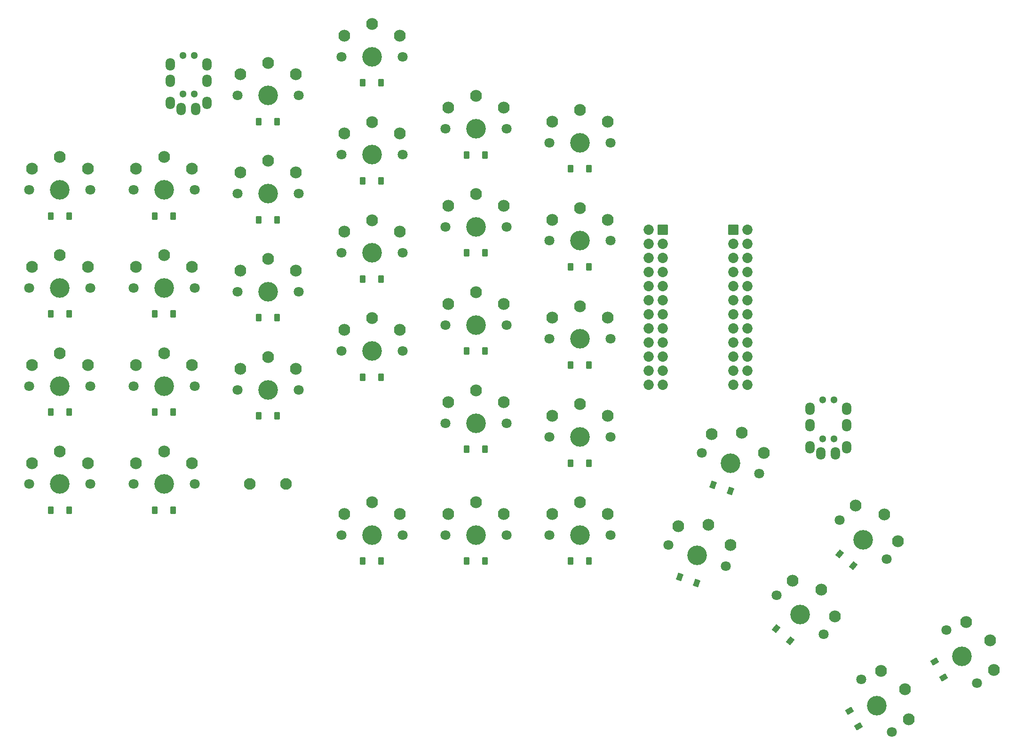
<source format=gbr>
%TF.GenerationSoftware,KiCad,Pcbnew,(6.0.8)*%
%TF.CreationDate,2022-10-04T18:24:03+02:00*%
%TF.ProjectId,board,626f6172-642e-46b6-9963-61645f706362,v1.0.0*%
%TF.SameCoordinates,Original*%
%TF.FileFunction,Soldermask,Top*%
%TF.FilePolarity,Negative*%
%FSLAX46Y46*%
G04 Gerber Fmt 4.6, Leading zero omitted, Abs format (unit mm)*
G04 Created by KiCad (PCBNEW (6.0.8)) date 2022-10-04 18:24:03*
%MOMM*%
%LPD*%
G01*
G04 APERTURE LIST*
G04 Aperture macros list*
%AMRoundRect*
0 Rectangle with rounded corners*
0 $1 Rounding radius*
0 $2 $3 $4 $5 $6 $7 $8 $9 X,Y pos of 4 corners*
0 Add a 4 corners polygon primitive as box body*
4,1,4,$2,$3,$4,$5,$6,$7,$8,$9,$2,$3,0*
0 Add four circle primitives for the rounded corners*
1,1,$1+$1,$2,$3*
1,1,$1+$1,$4,$5*
1,1,$1+$1,$6,$7*
1,1,$1+$1,$8,$9*
0 Add four rect primitives between the rounded corners*
20,1,$1+$1,$2,$3,$4,$5,0*
20,1,$1+$1,$4,$5,$6,$7,0*
20,1,$1+$1,$6,$7,$8,$9,0*
20,1,$1+$1,$8,$9,$2,$3,0*%
G04 Aperture macros list end*
%ADD10C,3.529000*%
%ADD11C,1.801800*%
%ADD12C,2.132000*%
%ADD13RoundRect,0.050000X-0.450000X-0.600000X0.450000X-0.600000X0.450000X0.600000X-0.450000X0.600000X0*%
%ADD14RoundRect,0.050000X-0.628074X-0.409907X0.217650X-0.717725X0.628074X0.409907X-0.217650X0.717725X0*%
%ADD15RoundRect,0.050000X-0.730393X-0.170372X-0.040953X-0.748881X0.730393X0.170372X0.040953X0.748881X0*%
%ADD16RoundRect,0.050000X-0.744615X0.089711X-0.294615X-0.689711X0.744615X-0.089711X0.294615X0.689711X0*%
%ADD17RoundRect,0.050000X-0.876300X0.876300X-0.876300X-0.876300X0.876300X-0.876300X0.876300X0.876300X0*%
%ADD18C,1.852600*%
%ADD19C,1.300000*%
%ADD20O,1.700000X2.300000*%
%ADD21C,2.100000*%
G04 APERTURE END LIST*
D10*
%TO.C,S1*%
X18000000Y0D03*
D11*
X23500000Y0D03*
X12500000Y0D03*
D12*
X23000000Y3800000D03*
X18000000Y5900000D03*
X13000000Y3800000D03*
X18000000Y5900000D03*
%TD*%
D13*
%TO.C,D1*%
X16350000Y-4700000D03*
X19650000Y-4700000D03*
%TD*%
D10*
%TO.C,S2*%
X18000000Y17680000D03*
D11*
X23500000Y17680000D03*
X12500000Y17680000D03*
D12*
X23000000Y21480000D03*
X18000000Y23580000D03*
X13000000Y21480000D03*
X18000000Y23580000D03*
%TD*%
D13*
%TO.C,D2*%
X16350000Y12980000D03*
X19650000Y12980000D03*
%TD*%
D10*
%TO.C,S3*%
X18000000Y35360000D03*
D11*
X23500000Y35360000D03*
X12500000Y35360000D03*
D12*
X23000000Y39160000D03*
X18000000Y41260000D03*
X13000000Y39160000D03*
X18000000Y41260000D03*
%TD*%
D13*
%TO.C,D3*%
X16350000Y30660000D03*
X19650000Y30660000D03*
%TD*%
D10*
%TO.C,S4*%
X18000000Y53040000D03*
D11*
X23500000Y53040000D03*
X12500000Y53040000D03*
D12*
X23000000Y56840000D03*
X18000000Y58940000D03*
X13000000Y56840000D03*
X18000000Y58940000D03*
%TD*%
D13*
%TO.C,D4*%
X16350000Y48340000D03*
X19650000Y48340000D03*
%TD*%
D10*
%TO.C,S5*%
X36720000Y0D03*
D11*
X42220000Y0D03*
X31220000Y0D03*
D12*
X41720000Y3800000D03*
X36720000Y5900000D03*
X31720000Y3800000D03*
X36720000Y5900000D03*
%TD*%
D13*
%TO.C,D5*%
X35070000Y-4700000D03*
X38370000Y-4700000D03*
%TD*%
D10*
%TO.C,S6*%
X36720000Y17680000D03*
D11*
X42220000Y17680000D03*
X31220000Y17680000D03*
D12*
X41720000Y21480000D03*
X36720000Y23580000D03*
X31720000Y21480000D03*
X36720000Y23580000D03*
%TD*%
D13*
%TO.C,D6*%
X35070000Y12980000D03*
X38370000Y12980000D03*
%TD*%
D10*
%TO.C,S7*%
X36720000Y35360000D03*
D11*
X42220000Y35360000D03*
X31220000Y35360000D03*
D12*
X41720000Y39160000D03*
X36720000Y41260000D03*
X31720000Y39160000D03*
X36720000Y41260000D03*
%TD*%
D13*
%TO.C,D7*%
X35070000Y30660000D03*
X38370000Y30660000D03*
%TD*%
D10*
%TO.C,S8*%
X36720000Y53040000D03*
D11*
X42220000Y53040000D03*
X31220000Y53040000D03*
D12*
X41720000Y56840000D03*
X36720000Y58940000D03*
X31720000Y56840000D03*
X36720000Y58940000D03*
%TD*%
D13*
%TO.C,D8*%
X35070000Y48340000D03*
X38370000Y48340000D03*
%TD*%
D10*
%TO.C,S9*%
X55440000Y17000000D03*
D11*
X60940000Y17000000D03*
X49940000Y17000000D03*
D12*
X60440000Y20800000D03*
X55440000Y22900000D03*
X50440000Y20800000D03*
X55440000Y22900000D03*
%TD*%
D13*
%TO.C,D9*%
X53790000Y12300000D03*
X57090000Y12300000D03*
%TD*%
D10*
%TO.C,S10*%
X55440000Y34680000D03*
D11*
X60940000Y34680000D03*
X49940000Y34680000D03*
D12*
X60440000Y38480000D03*
X55440000Y40580000D03*
X50440000Y38480000D03*
X55440000Y40580000D03*
%TD*%
D13*
%TO.C,D10*%
X53790000Y29980000D03*
X57090000Y29980000D03*
%TD*%
D10*
%TO.C,S11*%
X55440000Y52360000D03*
D11*
X60940000Y52360000D03*
X49940000Y52360000D03*
D12*
X60440000Y56160000D03*
X55440000Y58260000D03*
X50440000Y56160000D03*
X55440000Y58260000D03*
%TD*%
D13*
%TO.C,D11*%
X53790000Y47660000D03*
X57090000Y47660000D03*
%TD*%
D10*
%TO.C,S12*%
X55440000Y70040000D03*
D11*
X60940000Y70040000D03*
X49940000Y70040000D03*
D12*
X60440000Y73840000D03*
X55440000Y75940000D03*
X50440000Y73840000D03*
X55440000Y75940000D03*
%TD*%
D13*
%TO.C,D12*%
X53790000Y65340000D03*
X57090000Y65340000D03*
%TD*%
D10*
%TO.C,S13*%
X74160000Y24000000D03*
D11*
X79660000Y24000000D03*
X68660000Y24000000D03*
D12*
X79160000Y27800000D03*
X74160000Y29900000D03*
X69160000Y27800000D03*
X74160000Y29900000D03*
%TD*%
D13*
%TO.C,D13*%
X72510000Y19300000D03*
X75810000Y19300000D03*
%TD*%
D10*
%TO.C,S14*%
X74160000Y41680000D03*
D11*
X79660000Y41680000D03*
X68660000Y41680000D03*
D12*
X79160000Y45480000D03*
X74160000Y47580000D03*
X69160000Y45480000D03*
X74160000Y47580000D03*
%TD*%
D13*
%TO.C,D14*%
X72510000Y36980000D03*
X75810000Y36980000D03*
%TD*%
D10*
%TO.C,S15*%
X74160000Y59360000D03*
D11*
X79660000Y59360000D03*
X68660000Y59360000D03*
D12*
X79160000Y63160000D03*
X74160000Y65260000D03*
X69160000Y63160000D03*
X74160000Y65260000D03*
%TD*%
D13*
%TO.C,D15*%
X72510000Y54660000D03*
X75810000Y54660000D03*
%TD*%
D10*
%TO.C,S16*%
X74160000Y77040000D03*
D11*
X79660000Y77040000D03*
X68660000Y77040000D03*
D12*
X79160000Y80840000D03*
X74160000Y82940000D03*
X69160000Y80840000D03*
X74160000Y82940000D03*
%TD*%
D13*
%TO.C,D16*%
X72510000Y72340000D03*
X75810000Y72340000D03*
%TD*%
D10*
%TO.C,S17*%
X92880000Y11000000D03*
D11*
X98380000Y11000000D03*
X87380000Y11000000D03*
D12*
X97880000Y14800000D03*
X92880000Y16900000D03*
X87880000Y14800000D03*
X92880000Y16900000D03*
%TD*%
D13*
%TO.C,D17*%
X91230000Y6300000D03*
X94530000Y6300000D03*
%TD*%
D10*
%TO.C,S18*%
X92880000Y28680000D03*
D11*
X98380000Y28680000D03*
X87380000Y28680000D03*
D12*
X97880000Y32480000D03*
X92880000Y34580000D03*
X87880000Y32480000D03*
X92880000Y34580000D03*
%TD*%
D13*
%TO.C,D18*%
X91230000Y23980000D03*
X94530000Y23980000D03*
%TD*%
D10*
%TO.C,S19*%
X92880000Y46360000D03*
D11*
X98380000Y46360000D03*
X87380000Y46360000D03*
D12*
X97880000Y50160000D03*
X92880000Y52260000D03*
X87880000Y50160000D03*
X92880000Y52260000D03*
%TD*%
D13*
%TO.C,D19*%
X91230000Y41660000D03*
X94530000Y41660000D03*
%TD*%
D10*
%TO.C,S20*%
X92880000Y64040000D03*
D11*
X98380000Y64040000D03*
X87380000Y64040000D03*
D12*
X97880000Y67840000D03*
X92880000Y69940000D03*
X87880000Y67840000D03*
X92880000Y69940000D03*
%TD*%
D13*
%TO.C,D20*%
X91230000Y59340000D03*
X94530000Y59340000D03*
%TD*%
D10*
%TO.C,S21*%
X111600000Y8500000D03*
D11*
X117100000Y8500000D03*
X106100000Y8500000D03*
D12*
X116600000Y12300000D03*
X111600000Y14400000D03*
X106600000Y12300000D03*
X111600000Y14400000D03*
%TD*%
D13*
%TO.C,D21*%
X109950000Y3800000D03*
X113250000Y3800000D03*
%TD*%
D10*
%TO.C,S22*%
X111600000Y26180000D03*
D11*
X117100000Y26180000D03*
X106100000Y26180000D03*
D12*
X116600000Y29980000D03*
X111600000Y32080000D03*
X106600000Y29980000D03*
X111600000Y32080000D03*
%TD*%
D13*
%TO.C,D22*%
X109950000Y21480000D03*
X113250000Y21480000D03*
%TD*%
D10*
%TO.C,S23*%
X111600000Y43860000D03*
D11*
X117100000Y43860000D03*
X106100000Y43860000D03*
D12*
X116600000Y47660000D03*
X111600000Y49760000D03*
X106600000Y47660000D03*
X111600000Y49760000D03*
%TD*%
D13*
%TO.C,D23*%
X109950000Y39160000D03*
X113250000Y39160000D03*
%TD*%
D10*
%TO.C,S24*%
X111600000Y61540000D03*
D11*
X117100000Y61540000D03*
X106100000Y61540000D03*
D12*
X116600000Y65340000D03*
X111600000Y67440000D03*
X106600000Y65340000D03*
X111600000Y67440000D03*
%TD*%
D13*
%TO.C,D24*%
X109950000Y56840000D03*
X113250000Y56840000D03*
%TD*%
D10*
%TO.C,S25*%
X74160000Y-9180000D03*
D11*
X79660000Y-9180000D03*
X68660000Y-9180000D03*
D12*
X79160000Y-5380000D03*
X74160000Y-3280000D03*
X69160000Y-5380000D03*
X74160000Y-3280000D03*
%TD*%
D13*
%TO.C,D25*%
X72510000Y-13880000D03*
X75810000Y-13880000D03*
%TD*%
D10*
%TO.C,S26*%
X92880000Y-9180000D03*
D11*
X98380000Y-9180000D03*
X87380000Y-9180000D03*
D12*
X97880000Y-5380000D03*
X92880000Y-3280000D03*
X87880000Y-5380000D03*
X92880000Y-3280000D03*
%TD*%
D13*
%TO.C,D26*%
X91230000Y-13880000D03*
X94530000Y-13880000D03*
%TD*%
D10*
%TO.C,S27*%
X111600000Y-9180000D03*
D11*
X117100000Y-9180000D03*
X106100000Y-9180000D03*
D12*
X116600000Y-5380000D03*
X111600000Y-3280000D03*
X106600000Y-5380000D03*
X111600000Y-3280000D03*
%TD*%
D13*
%TO.C,D27*%
X109950000Y-13880000D03*
X113250000Y-13880000D03*
%TD*%
D10*
%TO.C,S28*%
X132678200Y-12864800D03*
D11*
X137846509Y-14745911D03*
X127509891Y-10983689D03*
D12*
X138676340Y-11004069D03*
X134696119Y-7320614D03*
X129279413Y-7583867D03*
X134696119Y-7320614D03*
%TD*%
D14*
%TO.C,D28*%
X129520307Y-16716967D03*
X132621293Y-17845633D03*
%TD*%
D10*
%TO.C,S29*%
X138725200Y3749000D03*
D11*
X143893509Y1867889D03*
X133556891Y5630111D03*
D12*
X144723340Y5609731D03*
X140743119Y9293186D03*
X135326413Y9029933D03*
X140743119Y9293186D03*
%TD*%
D14*
%TO.C,D29*%
X135567207Y-103267D03*
X138668193Y-1231933D03*
%TD*%
D10*
%TO.C,S30*%
X151225100Y-23536500D03*
D11*
X155438344Y-27071832D03*
X147011856Y-20001168D03*
D12*
X157497915Y-23839469D03*
X155017547Y-19016838D03*
X149837471Y-17411593D03*
X155017547Y-19016838D03*
%TD*%
D15*
%TO.C,D30*%
X146940027Y-26076300D03*
X149467973Y-28197500D03*
%TD*%
D10*
%TO.C,S31*%
X162589500Y-9992800D03*
D11*
X166802744Y-13528132D03*
X158376256Y-6457468D03*
D12*
X168862315Y-10295769D03*
X166381947Y-5473138D03*
X161201871Y-3867893D03*
X166381947Y-5473138D03*
%TD*%
D15*
%TO.C,D31*%
X158304427Y-12532700D03*
X160832373Y-14653900D03*
%TD*%
D10*
%TO.C,S32*%
X165003400Y-39908000D03*
D11*
X167753400Y-44671140D03*
X162253400Y-35144860D03*
D12*
X170794297Y-42338127D03*
X170112950Y-36958000D03*
X165794297Y-33677873D03*
X170112950Y-36958000D03*
%TD*%
D16*
%TO.C,D32*%
X160108100Y-40829058D03*
X161758100Y-43686942D03*
%TD*%
D10*
%TO.C,S33*%
X180314700Y-31068000D03*
D11*
X183064700Y-35831140D03*
X177564700Y-26304860D03*
D12*
X186105597Y-33498127D03*
X185424250Y-28118000D03*
X181105597Y-24837873D03*
X185424250Y-28118000D03*
%TD*%
D16*
%TO.C,D33*%
X175419400Y-31989058D03*
X177069400Y-34846942D03*
%TD*%
D17*
%TO.C,MCU1*%
X139220000Y45830000D03*
D18*
X139220000Y43290000D03*
X139220000Y40750000D03*
X139220000Y38210000D03*
X139220000Y35670000D03*
X139220000Y33130000D03*
X139220000Y30590000D03*
X139220000Y28050000D03*
X139220000Y25510000D03*
X139220000Y22970000D03*
X139220000Y20430000D03*
X139220000Y17890000D03*
X123980000Y45830000D03*
X123980000Y43290000D03*
X123980000Y40750000D03*
X123980000Y38210000D03*
X123980000Y35670000D03*
X123980000Y33130000D03*
X123980000Y30590000D03*
X123980000Y28050000D03*
X123980000Y25510000D03*
X123980000Y22970000D03*
X123980000Y20430000D03*
X123980000Y17890000D03*
%TD*%
D17*
%TO.C,MCU2*%
X126480000Y45830000D03*
D18*
X126480000Y43290000D03*
X126480000Y40750000D03*
X126480000Y38210000D03*
X126480000Y35670000D03*
X126480000Y33130000D03*
X126480000Y30590000D03*
X126480000Y28050000D03*
X126480000Y25510000D03*
X126480000Y22970000D03*
X126480000Y20430000D03*
X126480000Y17890000D03*
X141720000Y45830000D03*
X141720000Y43290000D03*
X141720000Y40750000D03*
X141720000Y38210000D03*
X141720000Y35670000D03*
X141720000Y33130000D03*
X141720000Y30590000D03*
X141720000Y28050000D03*
X141720000Y25510000D03*
X141720000Y22970000D03*
X141720000Y20430000D03*
X141720000Y17890000D03*
%TD*%
D19*
%TO.C,TRRS1*%
X157289500Y8207200D03*
X157289500Y15207200D03*
D20*
X154989500Y5507200D03*
X159589500Y6607200D03*
X159589500Y10607200D03*
X159589500Y13607200D03*
%TD*%
D19*
%TO.C,TRRS2*%
X155289500Y8207200D03*
X155289500Y15207200D03*
D20*
X157589500Y5507200D03*
X152989500Y6607200D03*
X152989500Y10607200D03*
X152989500Y13607200D03*
%TD*%
D19*
%TO.C,TRRS3*%
X42140000Y70280000D03*
X42140000Y77280000D03*
D20*
X39840000Y67580000D03*
X44440000Y68680000D03*
X44440000Y72680000D03*
X44440000Y75680000D03*
%TD*%
D19*
%TO.C,TRRS4*%
X40140000Y70280000D03*
X40140000Y77280000D03*
D20*
X42440000Y67580000D03*
X37840000Y68680000D03*
X37840000Y72680000D03*
X37840000Y75680000D03*
%TD*%
D21*
%TO.C,B1*%
X52190000Y0D03*
X58690000Y0D03*
%TD*%
M02*

</source>
